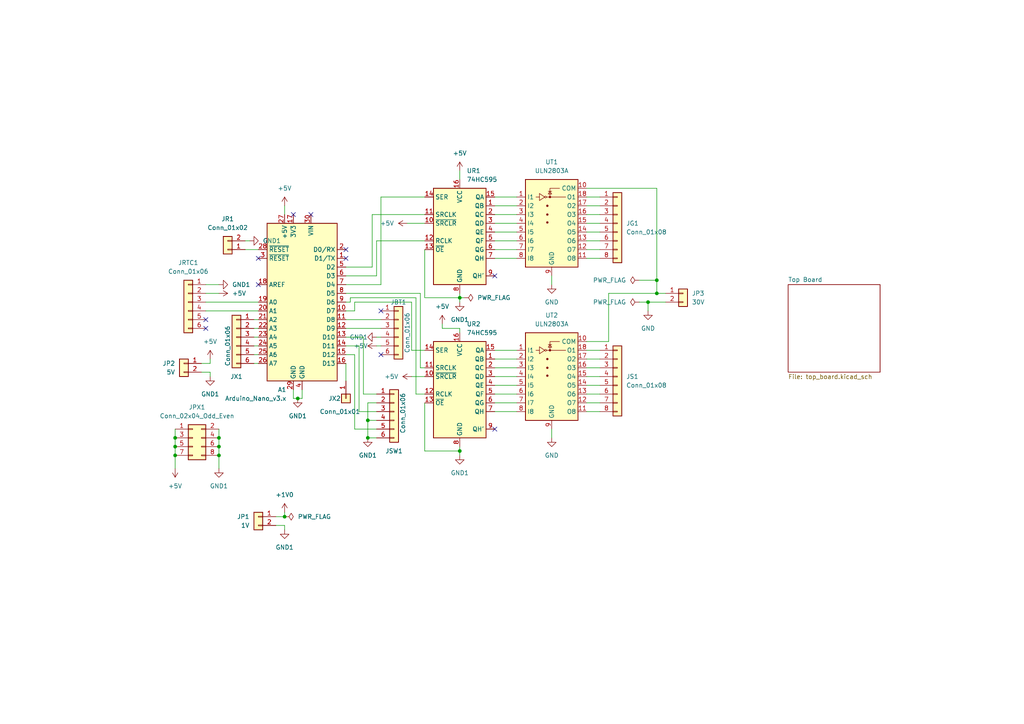
<source format=kicad_sch>
(kicad_sch (version 20211123) (generator eeschema)
  (paper "A4")
  (title_block (title "Divergence Meter - logic board") (date "2022") (company "Projected by Toohka / Okarisu"))
  (lib_symbols
    (symbol "74xx:74HC595"
      (property "Reference" "U" (at -7.62 13.97 0))
      (property "Value" "74HC595" (at -7.62 -16.51 0))
      (symbol "74HC595_1_0"
        (pin tri_state line (at 10.16 7.62 180) (length 2.54) (name "QB") (number "1"))
        (pin input line (at -10.16 2.54 0) (length 2.54) (name "~{SRCLR}") (number "10"))
        (pin input line (at -10.16 5.08 0) (length 2.54) (name "SRCLK") (number "11"))
        (pin input line (at -10.16 -2.54 0) (length 2.54) (name "RCLK") (number "12"))
        (pin input line (at -10.16 -5.08 0) (length 2.54) (name "~{OE}") (number "13"))
        (pin input line (at -10.16 10.16 0) (length 2.54) (name "SER") (number "14"))
        (pin tri_state line (at 10.16 10.16 180) (length 2.54) (name "QA") (number "15"))
        (pin power_in line (at 0 15.24 270) (length 2.54) (name "VCC") (number "16"))
        (pin tri_state line (at 10.16 5.08 180) (length 2.54) (name "QC") (number "2"))
        (pin tri_state line (at 10.16 2.54 180) (length 2.54) (name "QD") (number "3"))
        (pin tri_state line (at 10.16 0 180) (length 2.54) (name "QE") (number "4"))
        (pin tri_state line (at 10.16 -2.54 180) (length 2.54) (name "QF") (number "5"))
        (pin tri_state line (at 10.16 -5.08 180) (length 2.54) (name "QG") (number "6"))
        (pin tri_state line (at 10.16 -7.62 180) (length 2.54) (name "QH") (number "7"))
        (pin power_in line (at 0 -17.78 90) (length 2.54) (name "GND") (number "8"))
        (pin output line (at 10.16 -12.7 180) (length 2.54) (name "QH'") (number "9"))
      )
      (symbol "74HC595_1_1"
        (rectangle (start -7.62 12.7) (end 7.62 -15.24) (stroke (width 0.254)) (fill (type background)))
      )
    )
    (symbol "Connector_Generic:Conn_01x01" (pin_names (offset 1.016) hide)
      (property "Reference" "J" (at 0 2.54 0))
      (property "Value" "Conn_01x01" (at 0 -2.54 0))
      (symbol "Conn_01x01_1_1"
        (rectangle (start -1.27 0.127) (end 0 -0.127) (stroke (width 0.1524)))
        (rectangle (start -1.27 1.27) (end 1.27 -1.27) (stroke (width 0.254)) (fill (type background)))
        (pin passive line (at -5.08 0 0) (length 3.81) (name "Pin_1") (number "1"))
      )
    )
    (symbol "Connector_Generic:Conn_01x02" (pin_names (offset 1.016) hide)
      (property "Reference" "J" (at 0 2.54 0))
      (property "Value" "Conn_01x02" (at 0 -5.08 0))
      (symbol "Conn_01x02_1_1"
        (rectangle (start -1.27 -2.413) (end 0 -2.667) (stroke (width 0.1524)))
        (rectangle (start -1.27 0.127) (end 0 -0.127) (stroke (width 0.1524)))
        (rectangle (start -1.27 1.27) (end 1.27 -3.81) (stroke (width 0.254)) (fill (type background)))
        (pin passive line (at -5.08 0 0) (length 3.81) (name "Pin_1") (number "1"))
        (pin passive line (at -5.08 -2.54 0) (length 3.81) (name "Pin_2") (number "2"))
      )
    )
    (symbol "Connector_Generic:Conn_01x06" (pin_names (offset 1.016) hide)
      (property "Reference" "J" (at 0 7.62 0))
      (property "Value" "Conn_01x06" (at 0 -10.16 0))
      (symbol "Conn_01x06_1_1"
        (rectangle (start -1.27 -7.493) (end 0 -7.747) (stroke (width 0.1524)))
        (rectangle (start -1.27 -4.953) (end 0 -5.207) (stroke (width 0.1524)))
        (rectangle (start -1.27 -2.413) (end 0 -2.667) (stroke (width 0.1524)))
        (rectangle (start -1.27 0.127) (end 0 -0.127) (stroke (width 0.1524)))
        (rectangle (start -1.27 2.667) (end 0 2.413) (stroke (width 0.1524)))
        (rectangle (start -1.27 5.207) (end 0 4.953) (stroke (width 0.1524)))
        (rectangle (start -1.27 6.35) (end 1.27 -8.89) (stroke (width 0.254)) (fill (type background)))
        (pin passive line (at -5.08 5.08 0) (length 3.81) (name "Pin_1") (number "1"))
        (pin passive line (at -5.08 2.54 0) (length 3.81) (name "Pin_2") (number "2"))
        (pin passive line (at -5.08 0 0) (length 3.81) (name "Pin_3") (number "3"))
        (pin passive line (at -5.08 -2.54 0) (length 3.81) (name "Pin_4") (number "4"))
        (pin passive line (at -5.08 -5.08 0) (length 3.81) (name "Pin_5") (number "5"))
        (pin passive line (at -5.08 -7.62 0) (length 3.81) (name "Pin_6") (number "6"))
      )
    )
    (symbol "Connector_Generic:Conn_01x08" (pin_names (offset 1.016) hide)
      (property "Reference" "J" (at 0 10.16 0))
      (property "Value" "Conn_01x08" (at 0 -12.7 0))
      (symbol "Conn_01x08_1_1"
        (rectangle (start -1.27 -10.033) (end 0 -10.287) (stroke (width 0.1524)))
        (rectangle (start -1.27 -7.493) (end 0 -7.747) (stroke (width 0.1524)))
        (rectangle (start -1.27 -4.953) (end 0 -5.207) (stroke (width 0.1524)))
        (rectangle (start -1.27 -2.413) (end 0 -2.667) (stroke (width 0.1524)))
        (rectangle (start -1.27 0.127) (end 0 -0.127) (stroke (width 0.1524)))
        (rectangle (start -1.27 2.667) (end 0 2.413) (stroke (width 0.1524)))
        (rectangle (start -1.27 5.207) (end 0 4.953) (stroke (width 0.1524)))
        (rectangle (start -1.27 7.747) (end 0 7.493) (stroke (width 0.1524)))
        (rectangle (start -1.27 8.89) (end 1.27 -11.43) (stroke (width 0.254)) (fill (type background)))
        (pin passive line (at -5.08 7.62 0) (length 3.81) (name "Pin_1") (number "1"))
        (pin passive line (at -5.08 5.08 0) (length 3.81) (name "Pin_2") (number "2"))
        (pin passive line (at -5.08 2.54 0) (length 3.81) (name "Pin_3") (number "3"))
        (pin passive line (at -5.08 0 0) (length 3.81) (name "Pin_4") (number "4"))
        (pin passive line (at -5.08 -2.54 0) (length 3.81) (name "Pin_5") (number "5"))
        (pin passive line (at -5.08 -5.08 0) (length 3.81) (name "Pin_6") (number "6"))
        (pin passive line (at -5.08 -7.62 0) (length 3.81) (name "Pin_7") (number "7"))
        (pin passive line (at -5.08 -10.16 0) (length 3.81) (name "Pin_8") (number "8"))
      )
    )
    (symbol "Connector_Generic:Conn_02x04_Odd_Even" (pin_names (offset 1.016) hide)
      (property "Reference" "J" (at 1.27 5.08 0))
      (property "Value" "Conn_02x04_Odd_Even" (at 1.27 -7.62 0))
      (symbol "Conn_02x04_Odd_Even_1_1"
        (rectangle (start -1.27 -4.953) (end 0 -5.207) (stroke (width 0.1524)))
        (rectangle (start -1.27 -2.413) (end 0 -2.667) (stroke (width 0.1524)))
        (rectangle (start -1.27 0.127) (end 0 -0.127) (stroke (width 0.1524)))
        (rectangle (start -1.27 2.667) (end 0 2.413) (stroke (width 0.1524)))
        (rectangle (start -1.27 3.81) (end 3.81 -6.35) (stroke (width 0.254)) (fill (type background)))
        (rectangle (start 3.81 -4.953) (end 2.54 -5.207) (stroke (width 0.1524)))
        (rectangle (start 3.81 -2.413) (end 2.54 -2.667) (stroke (width 0.1524)))
        (rectangle (start 3.81 0.127) (end 2.54 -0.127) (stroke (width 0.1524)))
        (rectangle (start 3.81 2.667) (end 2.54 2.413) (stroke (width 0.1524)))
        (pin passive line (at -5.08 2.54 0) (length 3.81) (name "Pin_1") (number "1"))
        (pin passive line (at 7.62 2.54 180) (length 3.81) (name "Pin_2") (number "2"))
        (pin passive line (at -5.08 0 0) (length 3.81) (name "Pin_3") (number "3"))
        (pin passive line (at 7.62 0 180) (length 3.81) (name "Pin_4") (number "4"))
        (pin passive line (at -5.08 -2.54 0) (length 3.81) (name "Pin_5") (number "5"))
        (pin passive line (at 7.62 -2.54 180) (length 3.81) (name "Pin_6") (number "6"))
        (pin passive line (at -5.08 -5.08 0) (length 3.81) (name "Pin_7") (number "7"))
        (pin passive line (at 7.62 -5.08 180) (length 3.81) (name "Pin_8") (number "8"))
      )
    )
    (symbol "MCU_Module:Arduino_Nano_v3.x"
      (property "Reference" "A" (at -10.16 23.495 0))
      (property "Value" "Arduino_Nano_v3.x" (at 5.08 -24.13 0))
      (symbol "Arduino_Nano_v3.x_0_1"
        (rectangle (start -10.16 22.86) (end 10.16 -22.86) (stroke (width 0.254)) (fill (type background)))
      )
      (symbol "Arduino_Nano_v3.x_1_1"
        (pin bidirectional line (at -12.7 12.7 0) (length 2.54) (name "D1/TX") (number "1"))
        (pin bidirectional line (at -12.7 -2.54 0) (length 2.54) (name "D7") (number "10"))
        (pin bidirectional line (at -12.7 -5.08 0) (length 2.54) (name "D8") (number "11"))
        (pin bidirectional line (at -12.7 -7.62 0) (length 2.54) (name "D9") (number "12"))
        (pin bidirectional line (at -12.7 -10.16 0) (length 2.54) (name "D10") (number "13"))
        (pin bidirectional line (at -12.7 -12.7 0) (length 2.54) (name "D11") (number "14"))
        (pin bidirectional line (at -12.7 -15.24 0) (length 2.54) (name "D12") (number "15"))
        (pin bidirectional line (at -12.7 -17.78 0) (length 2.54) (name "D13") (number "16"))
        (pin power_out line (at 2.54 25.4 270) (length 2.54) (name "3V3") (number "17"))
        (pin input line (at 12.7 5.08 180) (length 2.54) (name "AREF") (number "18"))
        (pin bidirectional line (at 12.7 0 180) (length 2.54) (name "A0") (number "19"))
        (pin bidirectional line (at -12.7 15.24 0) (length 2.54) (name "D0/RX") (number "2"))
        (pin bidirectional line (at 12.7 -2.54 180) (length 2.54) (name "A1") (number "20"))
        (pin bidirectional line (at 12.7 -5.08 180) (length 2.54) (name "A2") (number "21"))
        (pin bidirectional line (at 12.7 -7.62 180) (length 2.54) (name "A3") (number "22"))
        (pin bidirectional line (at 12.7 -10.16 180) (length 2.54) (name "A4") (number "23"))
        (pin bidirectional line (at 12.7 -12.7 180) (length 2.54) (name "A5") (number "24"))
        (pin bidirectional line (at 12.7 -15.24 180) (length 2.54) (name "A6") (number "25"))
        (pin bidirectional line (at 12.7 -17.78 180) (length 2.54) (name "A7") (number "26"))
        (pin power_out line (at 5.08 25.4 270) (length 2.54) (name "+5V") (number "27"))
        (pin input line (at 12.7 15.24 180) (length 2.54) (name "~{RESET}") (number "28"))
        (pin power_in line (at 2.54 -25.4 90) (length 2.54) (name "GND") (number "29"))
        (pin input line (at 12.7 12.7 180) (length 2.54) (name "~{RESET}") (number "3"))
        (pin power_in line (at -2.54 25.4 270) (length 2.54) (name "VIN") (number "30"))
        (pin power_in line (at 0 -25.4 90) (length 2.54) (name "GND") (number "4"))
        (pin bidirectional line (at -12.7 10.16 0) (length 2.54) (name "D2") (number "5"))
        (pin bidirectional line (at -12.7 7.62 0) (length 2.54) (name "D3") (number "6"))
        (pin bidirectional line (at -12.7 5.08 0) (length 2.54) (name "D4") (number "7"))
        (pin bidirectional line (at -12.7 2.54 0) (length 2.54) (name "D5") (number "8"))
        (pin bidirectional line (at -12.7 0 0) (length 2.54) (name "D6") (number "9"))
      )
    )
    (symbol "Transistor_Array:ULN2803A"
      (property "Reference" "U" (at 0 13.335 0))
      (property "Value" "ULN2803A" (at 0 11.43 0))
      (symbol "ULN2803A_0_1"
        (rectangle (start -7.62 -15.24) (end 7.62 10.16) (stroke (width 0.254)) (fill (type background)))
        (circle (center -1.778 5.08) (radius 0.254))
        (circle (center -1.27 -2.286) (radius 0.254) (fill (type outline)))
        (circle (center -1.27 0) (radius 0.254) (fill (type outline)))
        (circle (center -1.27 2.54) (radius 0.254) (fill (type outline)))
        (circle (center -0.508 5.08) (radius 0.254) (fill (type outline)))
        (polyline (pts (xy -4.572 5.08) (xy -3.556 5.08)))
        (polyline (pts (xy -1.524 5.08) (xy 4.064 5.08)))
        (polyline (pts (xy 0 6.731) (xy -1.016 6.731)))
        (polyline (pts (xy -0.508 5.08) (xy -0.508 7.62) (xy 2.286 7.62)))
        (polyline (pts (xy -3.556 6.096) (xy -3.556 4.064) (xy -2.032 5.08) (xy -3.556 6.096)))
        (polyline (pts (xy 0 5.969) (xy -1.016 5.969) (xy -0.508 6.731) (xy 0 5.969)))
      )
      (symbol "ULN2803A_1_1"
        (pin input line (at -10.16 5.08 0) (length 2.54) (name "I1") (number "1"))
        (pin passive line (at 10.16 7.62 180) (length 2.54) (name "COM") (number "10"))
        (pin open_collector line (at 10.16 -12.7 180) (length 2.54) (name "O8") (number "11"))
        (pin open_collector line (at 10.16 -10.16 180) (length 2.54) (name "O7") (number "12"))
        (pin open_collector line (at 10.16 -7.62 180) (length 2.54) (name "O6") (number "13"))
        (pin open_collector line (at 10.16 -5.08 180) (length 2.54) (name "O5") (number "14"))
        (pin open_collector line (at 10.16 -2.54 180) (length 2.54) (name "O4") (number "15"))
        (pin open_collector line (at 10.16 0 180) (length 2.54) (name "O3") (number "16"))
        (pin open_collector line (at 10.16 2.54 180) (length 2.54) (name "O2") (number "17"))
        (pin open_collector line (at 10.16 5.08 180) (length 2.54) (name "O1") (number "18"))
        (pin input line (at -10.16 2.54 0) (length 2.54) (name "I2") (number "2"))
        (pin input line (at -10.16 0 0) (length 2.54) (name "I3") (number "3"))
        (pin input line (at -10.16 -2.54 0) (length 2.54) (name "I4") (number "4"))
        (pin input line (at -10.16 -5.08 0) (length 2.54) (name "I5") (number "5"))
        (pin input line (at -10.16 -7.62 0) (length 2.54) (name "I6") (number "6"))
        (pin input line (at -10.16 -10.16 0) (length 2.54) (name "I7") (number "7"))
        (pin input line (at -10.16 -12.7 0) (length 2.54) (name "I8") (number "8"))
        (pin power_in line (at 0 -17.78 90) (length 2.54) (name "GND") (number "9"))
      )
    )
    (symbol "power:+1V0" (power) (pin_names (offset 0))
      (property "Value" "+1V0" (at 0 3.556 0))
      (symbol "+1V0_0_1"
        (polyline (pts (xy -0.762 1.27) (xy 0 2.54)))
        (polyline (pts (xy 0 0) (xy 0 2.54)))
        (polyline (pts (xy 0 2.54) (xy 0.762 1.27)))
      )
      (symbol "+1V0_1_1"
        (pin power_in line (at 0 0 90) (length 0) hide (name "+1V0") (number "1"))
      )
    )
    (symbol "power:+5V" (power) (pin_names (offset 0))
      (property "Value" "+5V" (at 0 3.556 0))
      (symbol "+5V_0_1"
        (polyline (pts (xy -0.762 1.27) (xy 0 2.54)))
        (polyline (pts (xy 0 0) (xy 0 2.54)))
        (polyline (pts (xy 0 2.54) (xy 0.762 1.27)))
      )
      (symbol "+5V_1_1"
        (pin power_in line (at 0 0 90) (length 0) hide (name "+5V") (number "1"))
      )
    )
    (symbol "power:GND" (power) (pin_names (offset 0))
      (property "Value" "GND" (at 0 -3.81 0))
      (symbol "GND_0_1"
        (polyline (pts (xy 0 0) (xy 0 -1.27) (xy 1.27 -1.27) (xy 0 -2.54) (xy -1.27 -1.27) (xy 0 -1.27)))
      )
      (symbol "GND_1_1"
        (pin power_in line (at 0 0 270) (length 0) hide (name "GND") (number "1"))
      )
    )
    (symbol "power:GND1" (power) (pin_names (offset 0))
      (property "Value" "GND1" (at 0 -3.81 0))
      (symbol "GND1_0_1"
        (polyline (pts (xy 0 0) (xy 0 -1.27) (xy 1.27 -1.27) (xy 0 -2.54) (xy -1.27 -1.27) (xy 0 -1.27)))
      )
      (symbol "GND1_1_1"
        (pin power_in line (at 0 0 270) (length 0) hide (name "GND1") (number "1"))
      )
    )
    (symbol "power:PWR_FLAG" (power) (pin_numbers hide) (pin_names (offset 0) hide)
      (property "Value" "PWR_FLAG" (at 0 3.81 0))
      (symbol "PWR_FLAG_0_0"
        (pin power_out line (at 0 0 90) (length 0) (name "pwr") (number "1"))
      )
      (symbol "PWR_FLAG_0_1"
        (polyline (pts (xy 0 0) (xy 0 1.27) (xy -1.016 1.905) (xy 0 2.54) (xy 1.016 1.905) (xy 0 1.27)))
      )
    )
  )
  (junction (at 106.68 121.92))
  (junction (at 190.5 81.28))
  (junction (at 133.35 130.81))
  (junction (at 133.35 86.36))
  (junction (at 63.5 127))
  (junction (at 190.5 85.09))
  (junction (at 50.8 132.08))
  (junction (at 63.5 129.54))
  (junction (at 50.8 129.54))
  (junction (at 106.68 127))
  (junction (at 187.96 87.63))
  (junction (at 50.8 127))
  (junction (at 63.5 132.08))
  (junction (at 86.36 115.57))
  (junction (at 82.55 149.86))
  (no_connect (at 74.93 82.55))
  (no_connect (at 74.93 74.93))
  (no_connect (at 110.49 90.17))
  (no_connect (at 90.17 62.23))
  (no_connect (at 110.49 102.87))
  (no_connect (at 100.33 74.93))
  (no_connect (at 85.09 62.23))
  (no_connect (at 100.33 72.39))
  (no_connect (at 143.51 124.46))
  (no_connect (at 143.51 80.01))
  (no_connect (at 59.69 95.25))
  (no_connect (at 59.69 92.71))
  (wire (pts (xy 123.19 130.81) (xy 133.35 130.81)))
  (wire (pts (xy 123.19 114.3) (xy 120.65 114.3)))
  (wire (pts (xy 170.18 62.23) (xy 173.99 62.23)))
  (wire (pts (xy 82.55 59.69) (xy 82.55 62.23)))
  (wire (pts (xy 109.22 114.3) (xy 105.41 114.3)))
  (wire (pts (xy 100.33 87.63) (xy 101.6 87.63)))
  (wire (pts (xy 170.18 114.3) (xy 173.99 114.3)))
  (wire (pts (xy 109.22 100.33) (xy 110.49 100.33)))
  (wire (pts (xy 187.96 90.17) (xy 187.96 87.63)))
  (wire (pts (xy 109.22 97.79) (xy 110.49 97.79)))
  (wire (pts (xy 133.35 129.54) (xy 133.35 130.81)))
  (wire (pts (xy 87.63 113.03) (xy 87.63 115.57)))
  (wire (pts (xy 123.19 69.85) (xy 109.22 69.85)))
  (wire (pts (xy 143.51 62.23) (xy 149.86 62.23)))
  (wire (pts (xy 107.95 77.47) (xy 100.33 77.47)))
  (wire (pts (xy 60.96 104.14) (xy 60.96 105.41)))
  (wire (pts (xy 102.87 102.87) (xy 100.33 102.87)))
  (wire (pts (xy 170.18 57.15) (xy 173.99 57.15)))
  (wire (pts (xy 123.19 72.39) (xy 123.19 86.36)))
  (wire (pts (xy 170.18 72.39) (xy 173.99 72.39)))
  (wire (pts (xy 176.53 85.09) (xy 190.5 85.09)))
  (wire (pts (xy 143.51 111.76) (xy 149.86 111.76)))
  (wire (pts (xy 143.51 119.38) (xy 149.86 119.38)))
  (wire (pts (xy 102.87 124.46) (xy 102.87 102.87)))
  (wire (pts (xy 190.5 81.28) (xy 190.5 85.09)))
  (wire (pts (xy 106.68 121.92) (xy 109.22 121.92)))
  (wire (pts (xy 58.42 107.95) (xy 60.96 107.95)))
  (wire (pts (xy 63.5 124.46) (xy 63.5 127)))
  (wire (pts (xy 63.5 127) (xy 63.5 129.54)))
  (wire (pts (xy 123.19 101.6) (xy 119.38 101.6)))
  (wire (pts (xy 143.51 67.31) (xy 149.86 67.31)))
  (wire (pts (xy 59.69 82.55) (xy 63.5 82.55)))
  (wire (pts (xy 190.5 54.61) (xy 190.5 81.28)))
  (wire (pts (xy 82.55 148.59) (xy 82.55 149.86)))
  (wire (pts (xy 143.51 64.77) (xy 149.86 64.77)))
  (wire (pts (xy 143.51 57.15) (xy 149.86 57.15)))
  (wire (pts (xy 119.38 109.22) (xy 123.19 109.22)))
  (wire (pts (xy 50.8 124.46) (xy 50.8 127)))
  (wire (pts (xy 143.51 104.14) (xy 149.86 104.14)))
  (wire (pts (xy 176.53 99.06) (xy 170.18 99.06)))
  (wire (pts (xy 101.6 87.63) (xy 101.6 86.36)))
  (wire (pts (xy 60.96 107.95) (xy 60.96 109.22)))
  (wire (pts (xy 104.14 100.33) (xy 104.14 119.38)))
  (wire (pts (xy 143.51 106.68) (xy 149.86 106.68)))
  (wire (pts (xy 170.18 74.93) (xy 173.99 74.93)))
  (wire (pts (xy 59.69 85.09) (xy 63.5 85.09)))
  (wire (pts (xy 123.19 116.84) (xy 123.19 130.81)))
  (wire (pts (xy 104.14 119.38) (xy 109.22 119.38)))
  (wire (pts (xy 123.19 62.23) (xy 107.95 62.23)))
  (wire (pts (xy 120.65 86.36) (xy 120.65 114.3)))
  (wire (pts (xy 190.5 85.09) (xy 193.04 85.09)))
  (wire (pts (xy 143.51 109.22) (xy 149.86 109.22)))
  (wire (pts (xy 143.51 59.69) (xy 149.86 59.69)))
  (wire (pts (xy 85.09 113.03) (xy 85.09 115.57)))
  (wire (pts (xy 128.27 95.25) (xy 133.35 95.25)))
  (wire (pts (xy 100.33 92.71) (xy 110.49 92.71)))
  (wire (pts (xy 50.8 129.54) (xy 50.8 132.08)))
  (wire (pts (xy 170.18 116.84) (xy 173.99 116.84)))
  (wire (pts (xy 100.33 95.25) (xy 110.49 95.25)))
  (wire (pts (xy 121.92 106.68) (xy 121.92 85.09)))
  (wire (pts (xy 143.51 69.85) (xy 149.86 69.85)))
  (wire (pts (xy 87.63 115.57) (xy 86.36 115.57)))
  (wire (pts (xy 170.18 106.68) (xy 173.99 106.68)))
  (wire (pts (xy 80.01 149.86) (xy 82.55 149.86)))
  (wire (pts (xy 119.38 87.63) (xy 119.38 101.6)))
  (wire (pts (xy 133.35 86.36) (xy 133.35 87.63)))
  (wire (pts (xy 187.96 87.63) (xy 193.04 87.63)))
  (wire (pts (xy 107.95 62.23) (xy 107.95 77.47)))
  (wire (pts (xy 121.92 85.09) (xy 100.33 85.09)))
  (wire (pts (xy 110.49 57.15) (xy 110.49 82.55)))
  (wire (pts (xy 73.66 102.87) (xy 74.93 102.87)))
  (wire (pts (xy 73.66 92.71) (xy 74.93 92.71)))
  (wire (pts (xy 143.51 72.39) (xy 149.86 72.39)))
  (wire (pts (xy 102.87 87.63) (xy 119.38 87.63)))
  (wire (pts (xy 128.27 93.98) (xy 128.27 95.25)))
  (wire (pts (xy 160.02 80.01) (xy 160.02 82.55)))
  (wire (pts (xy 170.18 109.22) (xy 173.99 109.22)))
  (wire (pts (xy 170.18 104.14) (xy 173.99 104.14)))
  (wire (pts (xy 133.35 86.36) (xy 134.62 86.36)))
  (wire (pts (xy 102.87 124.46) (xy 109.22 124.46)))
  (wire (pts (xy 63.5 132.08) (xy 63.5 135.89)))
  (wire (pts (xy 102.87 90.17) (xy 102.87 87.63)))
  (wire (pts (xy 118.11 64.77) (xy 123.19 64.77)))
  (wire (pts (xy 109.22 69.85) (xy 109.22 80.01)))
  (wire (pts (xy 123.19 57.15) (xy 110.49 57.15)))
  (wire (pts (xy 109.22 80.01) (xy 100.33 80.01)))
  (wire (pts (xy 100.33 90.17) (xy 102.87 90.17)))
  (wire (pts (xy 73.66 95.25) (xy 74.93 95.25)))
  (wire (pts (xy 105.41 97.79) (xy 100.33 97.79)))
  (wire (pts (xy 100.33 105.41) (xy 100.33 110.49)))
  (wire (pts (xy 143.51 74.93) (xy 149.86 74.93)))
  (wire (pts (xy 170.18 111.76) (xy 173.99 111.76)))
  (wire (pts (xy 50.8 127) (xy 50.8 129.54)))
  (wire (pts (xy 170.18 119.38) (xy 173.99 119.38)))
  (wire (pts (xy 133.35 85.09) (xy 133.35 86.36)))
  (wire (pts (xy 100.33 100.33) (xy 104.14 100.33)))
  (wire (pts (xy 58.42 105.41) (xy 60.96 105.41)))
  (wire (pts (xy 85.09 115.57) (xy 86.36 115.57)))
  (wire (pts (xy 80.01 152.4) (xy 82.55 152.4)))
  (wire (pts (xy 105.41 114.3) (xy 105.41 97.79)))
  (wire (pts (xy 185.42 81.28) (xy 190.5 81.28)))
  (wire (pts (xy 133.35 49.53) (xy 133.35 52.07)))
  (wire (pts (xy 170.18 67.31) (xy 173.99 67.31)))
  (wire (pts (xy 73.66 105.41) (xy 74.93 105.41)))
  (wire (pts (xy 143.51 114.3) (xy 149.86 114.3)))
  (wire (pts (xy 185.42 87.63) (xy 187.96 87.63)))
  (wire (pts (xy 71.12 69.85) (xy 72.39 69.85)))
  (wire (pts (xy 143.51 116.84) (xy 149.86 116.84)))
  (wire (pts (xy 143.51 101.6) (xy 149.86 101.6)))
  (wire (pts (xy 109.22 116.84) (xy 106.68 116.84)))
  (wire (pts (xy 63.5 129.54) (xy 63.5 132.08)))
  (wire (pts (xy 73.66 97.79) (xy 74.93 97.79)))
  (wire (pts (xy 133.35 130.81) (xy 133.35 132.08)))
  (wire (pts (xy 160.02 124.46) (xy 160.02 127)))
  (wire (pts (xy 133.35 95.25) (xy 133.35 96.52)))
  (wire (pts (xy 170.18 64.77) (xy 173.99 64.77)))
  (wire (pts (xy 106.68 127) (xy 109.22 127)))
  (wire (pts (xy 59.69 87.63) (xy 74.93 87.63)))
  (wire (pts (xy 82.55 152.4) (xy 82.55 153.67)))
  (wire (pts (xy 123.19 86.36) (xy 133.35 86.36)))
  (wire (pts (xy 176.53 85.09) (xy 176.53 99.06)))
  (wire (pts (xy 73.66 100.33) (xy 74.93 100.33)))
  (wire (pts (xy 110.49 82.55) (xy 100.33 82.55)))
  (wire (pts (xy 101.6 86.36) (xy 120.65 86.36)))
  (wire (pts (xy 170.18 101.6) (xy 173.99 101.6)))
  (wire (pts (xy 71.12 72.39) (xy 74.93 72.39)))
  (wire (pts (xy 50.8 132.08) (xy 50.8 135.89)))
  (wire (pts (xy 59.69 90.17) (xy 74.93 90.17)))
  (wire (pts (xy 170.18 54.61) (xy 190.5 54.61)))
  (wire (pts (xy 170.18 69.85) (xy 173.99 69.85)))
  (wire (pts (xy 123.19 106.68) (xy 121.92 106.68)))
  (wire (pts (xy 106.68 116.84) (xy 106.68 121.92)))
  (wire (pts (xy 170.18 59.69) (xy 173.99 59.69)))
  (wire (pts (xy 106.68 121.92) (xy 106.68 127)))
  (symbol (lib_id "Transistor_Array:ULN2803A") (at 160.02 106.68 0) (unit 1)
    (property "Reference" "UT2" (at 160.02 91.44 0))
    (property "Value" "ULN2803A" (at 160.02 93.98 0))
    (property "Footprint" "ULN2803A:DIP850W46P254L2324H393Q18N" (effects hide))
    (property "Datasheet" "http://www.ti.com/lit/ds/symlink/uln2803a.pdf" (effects hide))
  )
  (symbol (lib_id "MCU_Module:Arduino_Nano_v3.x") (at 87.63 87.63 0) (mirror y) (unit 1)
    (property "Reference" "A1" (at 83.0706 113.03 0) (effects (justify left)))
    (property "Value" "Arduino_Nano_v3.x" (at 83.0706 115.57 0) (effects (justify left)))
    (property "Footprint" "Module:Arduino_Nano" (effects hide))
    (property "Datasheet" "http://www.mouser.com/pdfdocs/Gravitech_Arduino_Nano3_0.pdf" (effects hide))
  )
  (symbol (lib_id "Connector_Generic:Conn_01x02") (at 53.34 105.41 0) (mirror y) (unit 1)
    (property "Reference" "JP2" (at 50.8 105.41 0) (effects (justify left)))
    (property "Value" "5V" (at 50.8 107.95 0) (effects (justify left)))
  )
  (symbol (lib_id "power:+5V") (at 60.96 104.14 0) (unit 1)
    (property "Reference" "#PWR0115" (effects hide))
    (property "Value" "+5V" (at 60.96 99.06 0))
  )
  (symbol (lib_id "74xx:74HC595") (at 133.35 67.31 0) (unit 1)
    (property "Reference" "UR1" (at 135.3694 49.53 0) (effects (justify left)))
    (property "Value" "74HC595" (at 135.3694 52.07 0) (effects (justify left)))
    (property "Footprint" "SN74HC595N:DIP794W53P254L1930H508Q16N" (effects hide))
    (property "Datasheet" "http://www.ti.com/lit/ds/symlink/sn74hc595.pdf" (effects hide))
  )
  (symbol (lib_id "Connector_Generic:Conn_01x06") (at 114.3 119.38 0) (unit 1)
    (property "Reference" "JSW1" (at 111.76 130.81 0) (effects (justify left)))
    (property "Value" "Conn_01x06" (at 116.84 125.73 90) (effects (justify left)))
    (property "Footprint" "Connector_PinHeader_1.27mm:PinHeader_1x06_P1.27mm_Vertical" (effects hide))
  )
  (symbol (lib_id "Connector_Generic:Conn_02x04_Odd_Even") (at 55.88 127 0) (unit 1)
    (property "Reference" "JPX1" (at 57.15 118.11 0))
    (property "Value" "Conn_02x04_Odd_Even" (at 57.15 120.65 0))
    (property "Footprint" "Connector_PinHeader_1.27mm:PinHeader_2x04_P1.27mm_Vertical" (effects hide))
  )
  (symbol (lib_id "power:GND1") (at 86.36 115.57 0) (mirror y) (unit 1)
    (property "Reference" "#PWR0111" (effects hide))
    (property "Value" "GND1" (at 86.36 120.65 0))
  )
  (symbol (lib_id "power:+5V") (at 128.27 93.98 0) (unit 1)
    (property "Reference" "#PWR0108" (effects hide))
    (property "Value" "+5V" (at 128.27 88.9 0))
  )
  (symbol (lib_id "power:+5V") (at 109.22 100.33 90) (unit 1)
    (property "Reference" "#PWR0118" (effects hide))
    (property "Value" "+5V" (at 106.68 100.33 90) (effects (justify left)))
  )
  (symbol (lib_id "Connector_Generic:Conn_01x06") (at 54.61 87.63 0) (mirror y) (unit 1)
    (property "Reference" "JRTC1" (at 54.61 76.2 0))
    (property "Value" "Conn_01x06" (at 54.61 78.74 0))
    (property "Footprint" "Connector_PinSocket_1.27mm:PinSocket_1x06_P1.27mm_Vertical" (effects hide))
  )
  (symbol (lib_id "Transistor_Array:ULN2803A") (at 160.02 62.23 0) (unit 1)
    (property "Reference" "UT1" (at 160.02 46.99 0))
    (property "Value" "ULN2803A" (at 160.02 49.53 0))
    (property "Footprint" "ULN2803A:DIP850W46P254L2324H393Q18N" (effects hide))
    (property "Datasheet" "http://www.ti.com/lit/ds/symlink/uln2803a.pdf" (effects hide))
  )
  (symbol (lib_id "power:GND1") (at 60.96 109.22 0) (unit 1)
    (property "Reference" "#PWR0116" (effects hide))
    (property "Value" "GND1" (at 60.96 114.3 0))
  )
  (symbol (lib_id "power:PWR_FLAG") (at 82.55 149.86 270) (unit 1)
    (property "Reference" "#FLG0105" (effects hide))
    (property "Value" "PWR_FLAG" (at 86.36 149.8599 90) (effects (justify left)))
  )
  (symbol (lib_id "power:GND") (at 160.02 82.55 0) (unit 1)
    (property "Reference" "#PWR0104" (effects hide))
    (property "Value" "GND" (at 160.02 87.63 0))
  )
  (symbol (lib_id "power:GND") (at 160.02 127 0) (unit 1)
    (property "Reference" "#PWR0105" (effects hide))
    (property "Value" "GND" (at 160.02 132.08 0))
  )
  (symbol (lib_id "Connector_Generic:Conn_01x06") (at 68.58 97.79 0) (mirror y) (unit 1)
    (property "Reference" "JX1" (at 68.58 109.22 0))
    (property "Value" "Conn_01x06" (at 66.04 100.33 90))
    (property "Footprint" "Connector_PinHeader_1.27mm:PinHeader_1x06_P1.27mm_Vertical" (effects hide))
  )
  (symbol (lib_id "Connector_Generic:Conn_01x06") (at 115.57 95.25 0) (unit 1)
    (property "Reference" "JBT1" (at 115.57 87.63 0))
    (property "Value" "Conn_01x06" (at 118.11 96.52 90))
    (property "Footprint" "Connector_PinSocket_1.27mm:PinSocket_1x06_P1.27mm_Vertical" (effects hide))
  )
  (symbol (lib_id "power:GND1") (at 63.5 82.55 90) (unit 1)
    (property "Reference" "#PWR0112" (effects hide))
    (property "Value" "GND1" (at 67.31 82.5499 90) (effects (justify right)))
  )
  (symbol (lib_id "power:+5V") (at 118.11 64.77 90) (unit 1)
    (property "Reference" "#PWR0106" (effects hide))
    (property "Value" "+5V" (at 114.3 64.7699 90) (effects (justify left)))
  )
  (symbol (lib_id "power:GND1") (at 72.39 69.85 90) (unit 1)
    (property "Reference" "#PWR0119" (effects hide))
    (property "Value" "GND1" (at 76.2 69.8499 90) (effects (justify right)))
  )
  (symbol (lib_id "Connector_Generic:Conn_01x08") (at 179.07 64.77 0) (unit 1)
    (property "Reference" "JG1" (at 181.61 64.7699 0) (effects (justify left)))
    (property "Value" "Conn_01x08" (at 181.61 67.3099 0) (effects (justify left)))
    (property "Footprint" "Connector_PinHeader_1.27mm:PinHeader_1x08_P1.27mm_Vertical" (effects hide))
  )
  (symbol (lib_id "power:+5V") (at 63.5 85.09 270) (unit 1)
    (property "Reference" "#PWR0113" (effects hide))
    (property "Value" "+5V" (at 67.31 85.0899 90) (effects (justify left)))
  )
  (symbol (lib_id "power:GND") (at 187.96 90.17 0) (unit 1)
    (property "Reference" "#PWR0103" (effects hide))
    (property "Value" "GND" (at 187.96 95.25 0))
  )
  (symbol (lib_id "power:GND1") (at 133.35 87.63 0) (unit 1)
    (property "Reference" "#PWR0109" (effects hide))
    (property "Value" "GND1" (at 133.35 92.71 0))
  )
  (symbol (lib_id "power:+5V") (at 119.38 109.22 90) (unit 1)
    (property "Reference" "#PWR0110" (effects hide))
    (property "Value" "+5V" (at 115.57 109.2199 90) (effects (justify left)))
  )
  (symbol (lib_id "Connector_Generic:Conn_01x02") (at 66.04 72.39 180) (unit 1)
    (property "Reference" "JR1" (at 66.04 63.5 0))
    (property "Value" "Conn_01x02" (at 66.04 66.04 0))
    (property "Footprint" "Connector_PinHeader_1.27mm:PinHeader_1x02_P1.27mm_Vertical" (effects hide))
  )
  (symbol (lib_id "power:+5V") (at 82.55 59.69 0) (unit 1)
    (property "Reference" "#PWR0114" (effects hide))
    (property "Value" "+5V" (at 82.55 54.61 0))
  )
  (symbol (lib_id "power:GND1") (at 63.5 135.89 0) (unit 1)
    (property "Reference" "#PWR0123" (effects hide))
    (property "Value" "GND1" (at 63.5 140.97 0))
  )
  (symbol (lib_id "Connector_Generic:Conn_01x02") (at 198.12 85.09 0) (unit 1)
    (property "Reference" "JP3" (at 200.66 85.0899 0) (effects (justify left)))
    (property "Value" "30V" (at 200.66 87.6299 0) (effects (justify left)))
  )
  (symbol (lib_id "power:+1V0") (at 82.55 148.59 0) (unit 1)
    (property "Reference" "#PWR0122" (effects hide))
    (property "Value" "+1V0" (at 82.55 143.51 0))
  )
  (symbol (lib_id "74xx:74HC595") (at 133.35 111.76 0) (unit 1)
    (property "Reference" "UR2" (at 135.3694 93.98 0) (effects (justify left)))
    (property "Value" "74HC595" (at 135.3694 96.52 0) (effects (justify left)))
    (property "Footprint" "SN74HC595N:DIP794W53P254L1930H508Q16N" (effects hide))
    (property "Datasheet" "http://www.ti.com/lit/ds/symlink/sn74hc595.pdf" (effects hide))
  )
  (symbol (lib_id "power:GND1") (at 106.68 127 0) (unit 1)
    (property "Reference" "#PWR0120" (effects hide))
    (property "Value" "GND1" (at 106.68 132.08 0))
  )
  (symbol (lib_id "power:+5V") (at 133.35 49.53 0) (unit 1)
    (property "Reference" "#PWR0107" (effects hide))
    (property "Value" "+5V" (at 133.35 44.45 0))
  )
  (symbol (lib_id "power:GND1") (at 109.22 97.79 270) (unit 1)
    (property "Reference" "#PWR0117" (effects hide))
    (property "Value" "GND1" (at 106.68 97.79 90) (effects (justify right)))
  )
  (symbol (lib_id "power:GND1") (at 82.55 153.67 0) (unit 1)
    (property "Reference" "#PWR0121" (effects hide))
    (property "Value" "GND1" (at 82.55 158.75 0))
  )
  (symbol (lib_id "power:PWR_FLAG") (at 185.42 81.28 90) (unit 1)
    (property "Reference" "#FLG0103" (effects hide))
    (property "Value" "PWR_FLAG" (at 181.61 81.2799 90) (effects (justify left)))
  )
  (symbol (lib_id "Connector_Generic:Conn_01x08") (at 179.07 109.22 0) (unit 1)
    (property "Reference" "JS1" (at 181.61 109.2199 0) (effects (justify left)))
    (property "Value" "Conn_01x08" (at 181.61 111.7599 0) (effects (justify left)))
    (property "Footprint" "Connector_PinHeader_1.27mm:PinHeader_1x08_P1.27mm_Vertical" (effects hide))
  )
  (symbol (lib_id "power:GND1") (at 133.35 132.08 0) (unit 1)
    (property "Reference" "#PWR0102" (effects hide))
    (property "Value" "GND1" (at 133.35 137.16 0))
  )
  (symbol (lib_id "power:+5V") (at 50.8 135.89 180) (unit 1)
    (property "Reference" "#PWR0124" (effects hide))
    (property "Value" "+5V" (at 50.8 140.97 0))
  )
  (symbol (lib_id "Connector_Generic:Conn_01x01") (at 100.33 115.57 270) (unit 1)
    (property "Reference" "JX2" (at 95.25 115.57 90) (effects (justify left)))
    (property "Value" "Conn_01x01" (at 92.71 119.38 90) (effects (justify left)))
    (property "Footprint" "Connector_PinHeader_1.27mm:PinHeader_1x01_P1.27mm_Vertical" (effects hide))
  )
  (symbol (lib_id "power:PWR_FLAG") (at 134.62 86.36 270) (unit 1)
    (property "Reference" "#FLG0102" (effects hide))
    (property "Value" "PWR_FLAG" (at 138.43 86.3599 90) (effects (justify left)))
  )
  (symbol (lib_id "power:PWR_FLAG") (at 185.42 87.63 90) (unit 1)
    (property "Reference" "#FLG0104" (effects hide))
    (property "Value" "PWR_FLAG" (at 181.61 87.6299 90) (effects (justify left)))
  )
  (symbol (lib_id "Connector_Generic:Conn_01x02") (at 74.93 149.86 0) (mirror y) (unit 1)
    (property "Reference" "JP1" (at 72.39 149.86 0) (effects (justify left)))
    (property "Value" "1V" (at 72.39 152.4 0) (effects (justify left)))
  )
  (sheet (at 228.6 82.55) (size 26.67 25.4) (stroke (width 0.1524))
    (property "Sheet name" "Top Board" (at 228.6 81.8384 0) (effects (justify left bottom)))
    (property "Sheet file" "top_board.kicad_sch" (at 228.6 108.5346 0) (effects (justify left top)))
  )
)
</source>
